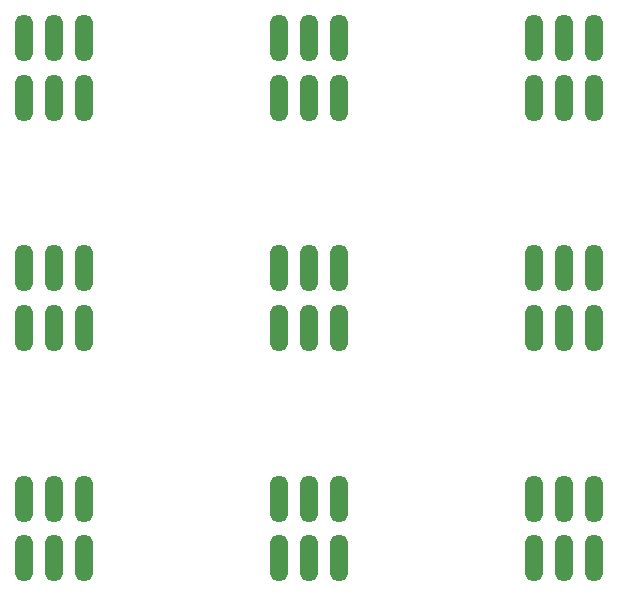
<source format=gbr>
%TF.GenerationSoftware,KiCad,Pcbnew,8.0.4*%
%TF.CreationDate,2024-10-17T14:22:23+11:00*%
%TF.ProjectId,panel,70616e65-6c2e-46b6-9963-61645f706362,rev?*%
%TF.SameCoordinates,Original*%
%TF.FileFunction,Paste,Bot*%
%TF.FilePolarity,Positive*%
%FSLAX46Y46*%
G04 Gerber Fmt 4.6, Leading zero omitted, Abs format (unit mm)*
G04 Created by KiCad (PCBNEW 8.0.4) date 2024-10-17 14:22:23*
%MOMM*%
%LPD*%
G01*
G04 APERTURE LIST*
G04 Aperture macros list*
%AMRoundRect*
0 Rectangle with rounded corners*
0 $1 Rounding radius*
0 $2 $3 $4 $5 $6 $7 $8 $9 X,Y pos of 4 corners*
0 Add a 4 corners polygon primitive as box body*
4,1,4,$2,$3,$4,$5,$6,$7,$8,$9,$2,$3,0*
0 Add four circle primitives for the rounded corners*
1,1,$1+$1,$2,$3*
1,1,$1+$1,$4,$5*
1,1,$1+$1,$6,$7*
1,1,$1+$1,$8,$9*
0 Add four rect primitives between the rounded corners*
20,1,$1+$1,$2,$3,$4,$5,0*
20,1,$1+$1,$4,$5,$6,$7,0*
20,1,$1+$1,$6,$7,$8,$9,0*
20,1,$1+$1,$8,$9,$2,$3,0*%
G04 Aperture macros list end*
%ADD10RoundRect,0.750000X-0.000010X1.250000X-0.000010X-1.250000X0.000010X-1.250000X0.000010X1.250000X0*%
G04 APERTURE END LIST*
D10*
%TO.C,J1*%
X15260000Y-33725000D03*
X17800000Y-33725000D03*
X20340000Y-33725000D03*
X20340000Y-38775000D03*
X17800000Y-38775000D03*
X15260000Y-38775000D03*
%TD*%
%TO.C,J1*%
X15260000Y-53225000D03*
X17800000Y-53225000D03*
X20340000Y-53225000D03*
X20340000Y-58275000D03*
X17800000Y-58275000D03*
X15260000Y-58275000D03*
%TD*%
%TO.C,J1*%
X36860000Y-33725000D03*
X39400000Y-33725000D03*
X41940000Y-33725000D03*
X41940000Y-38775000D03*
X39400000Y-38775000D03*
X36860000Y-38775000D03*
%TD*%
%TO.C,J1*%
X58460000Y-14225000D03*
X61000000Y-14225000D03*
X63540000Y-14225000D03*
X63540000Y-19275000D03*
X61000000Y-19275000D03*
X58460000Y-19275000D03*
%TD*%
%TO.C,J1*%
X58460000Y-33725000D03*
X61000000Y-33725000D03*
X63540000Y-33725000D03*
X63540000Y-38775000D03*
X61000000Y-38775000D03*
X58460000Y-38775000D03*
%TD*%
%TO.C,J1*%
X36860000Y-53225000D03*
X39400000Y-53225000D03*
X41940000Y-53225000D03*
X41940000Y-58275000D03*
X39400000Y-58275000D03*
X36860000Y-58275000D03*
%TD*%
%TO.C,J1*%
X58460000Y-53225000D03*
X61000000Y-53225000D03*
X63540000Y-53225000D03*
X63540000Y-58275000D03*
X61000000Y-58275000D03*
X58460000Y-58275000D03*
%TD*%
%TO.C,J1*%
X15260000Y-14225000D03*
X17800000Y-14225000D03*
X20340000Y-14225000D03*
X20340000Y-19275000D03*
X17800000Y-19275000D03*
X15260000Y-19275000D03*
%TD*%
%TO.C,J1*%
X36860000Y-14225000D03*
X39400000Y-14225000D03*
X41940000Y-14225000D03*
X41940000Y-19275000D03*
X39400000Y-19275000D03*
X36860000Y-19275000D03*
%TD*%
M02*

</source>
